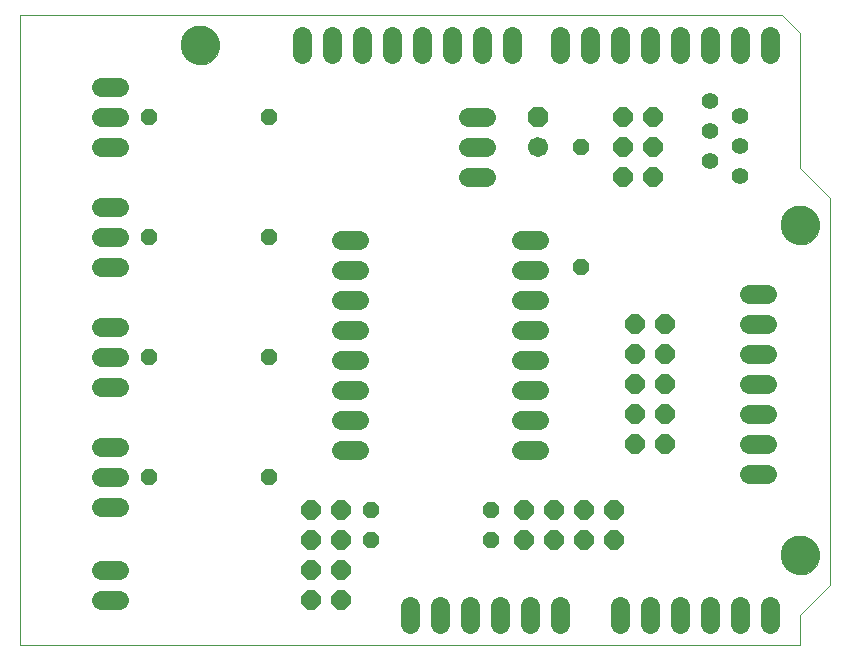
<source format=gbs>
G75*
G70*
%OFA0B0*%
%FSLAX24Y24*%
%IPPOS*%
%LPD*%
%AMOC8*
5,1,8,0,0,1.08239X$1,22.5*
%
%ADD10C,0.0000*%
%ADD11C,0.0640*%
%ADD12OC8,0.0560*%
%ADD13OC8,0.0640*%
%ADD14C,0.0560*%
%ADD15OC8,0.0670*%
%ADD16C,0.0670*%
%ADD17C,0.1300*%
D10*
X002631Y000101D02*
X002631Y021101D01*
X028031Y021101D01*
X028631Y020501D01*
X028631Y016001D01*
X029631Y015001D01*
X029631Y002101D01*
X028631Y001101D01*
X028631Y000101D01*
X002631Y000101D01*
X028001Y003101D02*
X028003Y003151D01*
X028009Y003201D01*
X028019Y003250D01*
X028033Y003298D01*
X028050Y003345D01*
X028071Y003390D01*
X028096Y003434D01*
X028124Y003475D01*
X028156Y003514D01*
X028190Y003551D01*
X028227Y003585D01*
X028267Y003615D01*
X028309Y003642D01*
X028353Y003666D01*
X028399Y003687D01*
X028446Y003703D01*
X028494Y003716D01*
X028544Y003725D01*
X028593Y003730D01*
X028644Y003731D01*
X028694Y003728D01*
X028743Y003721D01*
X028792Y003710D01*
X028840Y003695D01*
X028886Y003677D01*
X028931Y003655D01*
X028974Y003629D01*
X029015Y003600D01*
X029054Y003568D01*
X029090Y003533D01*
X029122Y003495D01*
X029152Y003455D01*
X029179Y003412D01*
X029202Y003368D01*
X029221Y003322D01*
X029237Y003274D01*
X029249Y003225D01*
X029257Y003176D01*
X029261Y003126D01*
X029261Y003076D01*
X029257Y003026D01*
X029249Y002977D01*
X029237Y002928D01*
X029221Y002880D01*
X029202Y002834D01*
X029179Y002790D01*
X029152Y002747D01*
X029122Y002707D01*
X029090Y002669D01*
X029054Y002634D01*
X029015Y002602D01*
X028974Y002573D01*
X028931Y002547D01*
X028886Y002525D01*
X028840Y002507D01*
X028792Y002492D01*
X028743Y002481D01*
X028694Y002474D01*
X028644Y002471D01*
X028593Y002472D01*
X028544Y002477D01*
X028494Y002486D01*
X028446Y002499D01*
X028399Y002515D01*
X028353Y002536D01*
X028309Y002560D01*
X028267Y002587D01*
X028227Y002617D01*
X028190Y002651D01*
X028156Y002688D01*
X028124Y002727D01*
X028096Y002768D01*
X028071Y002812D01*
X028050Y002857D01*
X028033Y002904D01*
X028019Y002952D01*
X028009Y003001D01*
X028003Y003051D01*
X028001Y003101D01*
X028001Y014101D02*
X028003Y014151D01*
X028009Y014201D01*
X028019Y014250D01*
X028033Y014298D01*
X028050Y014345D01*
X028071Y014390D01*
X028096Y014434D01*
X028124Y014475D01*
X028156Y014514D01*
X028190Y014551D01*
X028227Y014585D01*
X028267Y014615D01*
X028309Y014642D01*
X028353Y014666D01*
X028399Y014687D01*
X028446Y014703D01*
X028494Y014716D01*
X028544Y014725D01*
X028593Y014730D01*
X028644Y014731D01*
X028694Y014728D01*
X028743Y014721D01*
X028792Y014710D01*
X028840Y014695D01*
X028886Y014677D01*
X028931Y014655D01*
X028974Y014629D01*
X029015Y014600D01*
X029054Y014568D01*
X029090Y014533D01*
X029122Y014495D01*
X029152Y014455D01*
X029179Y014412D01*
X029202Y014368D01*
X029221Y014322D01*
X029237Y014274D01*
X029249Y014225D01*
X029257Y014176D01*
X029261Y014126D01*
X029261Y014076D01*
X029257Y014026D01*
X029249Y013977D01*
X029237Y013928D01*
X029221Y013880D01*
X029202Y013834D01*
X029179Y013790D01*
X029152Y013747D01*
X029122Y013707D01*
X029090Y013669D01*
X029054Y013634D01*
X029015Y013602D01*
X028974Y013573D01*
X028931Y013547D01*
X028886Y013525D01*
X028840Y013507D01*
X028792Y013492D01*
X028743Y013481D01*
X028694Y013474D01*
X028644Y013471D01*
X028593Y013472D01*
X028544Y013477D01*
X028494Y013486D01*
X028446Y013499D01*
X028399Y013515D01*
X028353Y013536D01*
X028309Y013560D01*
X028267Y013587D01*
X028227Y013617D01*
X028190Y013651D01*
X028156Y013688D01*
X028124Y013727D01*
X028096Y013768D01*
X028071Y013812D01*
X028050Y013857D01*
X028033Y013904D01*
X028019Y013952D01*
X028009Y014001D01*
X028003Y014051D01*
X028001Y014101D01*
X008001Y020101D02*
X008003Y020151D01*
X008009Y020201D01*
X008019Y020250D01*
X008033Y020298D01*
X008050Y020345D01*
X008071Y020390D01*
X008096Y020434D01*
X008124Y020475D01*
X008156Y020514D01*
X008190Y020551D01*
X008227Y020585D01*
X008267Y020615D01*
X008309Y020642D01*
X008353Y020666D01*
X008399Y020687D01*
X008446Y020703D01*
X008494Y020716D01*
X008544Y020725D01*
X008593Y020730D01*
X008644Y020731D01*
X008694Y020728D01*
X008743Y020721D01*
X008792Y020710D01*
X008840Y020695D01*
X008886Y020677D01*
X008931Y020655D01*
X008974Y020629D01*
X009015Y020600D01*
X009054Y020568D01*
X009090Y020533D01*
X009122Y020495D01*
X009152Y020455D01*
X009179Y020412D01*
X009202Y020368D01*
X009221Y020322D01*
X009237Y020274D01*
X009249Y020225D01*
X009257Y020176D01*
X009261Y020126D01*
X009261Y020076D01*
X009257Y020026D01*
X009249Y019977D01*
X009237Y019928D01*
X009221Y019880D01*
X009202Y019834D01*
X009179Y019790D01*
X009152Y019747D01*
X009122Y019707D01*
X009090Y019669D01*
X009054Y019634D01*
X009015Y019602D01*
X008974Y019573D01*
X008931Y019547D01*
X008886Y019525D01*
X008840Y019507D01*
X008792Y019492D01*
X008743Y019481D01*
X008694Y019474D01*
X008644Y019471D01*
X008593Y019472D01*
X008544Y019477D01*
X008494Y019486D01*
X008446Y019499D01*
X008399Y019515D01*
X008353Y019536D01*
X008309Y019560D01*
X008267Y019587D01*
X008227Y019617D01*
X008190Y019651D01*
X008156Y019688D01*
X008124Y019727D01*
X008096Y019768D01*
X008071Y019812D01*
X008050Y019857D01*
X008033Y019904D01*
X008019Y019952D01*
X008009Y020001D01*
X008003Y020051D01*
X008001Y020101D01*
D11*
X005931Y018701D02*
X005331Y018701D01*
X005331Y017701D02*
X005931Y017701D01*
X005931Y016701D02*
X005331Y016701D01*
X005331Y014701D02*
X005931Y014701D01*
X005931Y013701D02*
X005331Y013701D01*
X005331Y012701D02*
X005931Y012701D01*
X005931Y010701D02*
X005331Y010701D01*
X005331Y009701D02*
X005931Y009701D01*
X005931Y008701D02*
X005331Y008701D01*
X005331Y006701D02*
X005931Y006701D01*
X005931Y005701D02*
X005331Y005701D01*
X005331Y004701D02*
X005931Y004701D01*
X005931Y002601D02*
X005331Y002601D01*
X005331Y001601D02*
X005931Y001601D01*
X013331Y006601D02*
X013931Y006601D01*
X013931Y007601D02*
X013331Y007601D01*
X013331Y008601D02*
X013931Y008601D01*
X013931Y009601D02*
X013331Y009601D01*
X013331Y010601D02*
X013931Y010601D01*
X013931Y011601D02*
X013331Y011601D01*
X013331Y012601D02*
X013931Y012601D01*
X013931Y013601D02*
X013331Y013601D01*
X017556Y015701D02*
X018156Y015701D01*
X018156Y016701D02*
X017556Y016701D01*
X017556Y017701D02*
X018156Y017701D01*
X018031Y019801D02*
X018031Y020401D01*
X019031Y020401D02*
X019031Y019801D01*
X020631Y019801D02*
X020631Y020401D01*
X021631Y020401D02*
X021631Y019801D01*
X022631Y019801D02*
X022631Y020401D01*
X023631Y020401D02*
X023631Y019801D01*
X024631Y019801D02*
X024631Y020401D01*
X025631Y020401D02*
X025631Y019801D01*
X026631Y019801D02*
X026631Y020401D01*
X027631Y020401D02*
X027631Y019801D01*
X019931Y013601D02*
X019331Y013601D01*
X019331Y012601D02*
X019931Y012601D01*
X019931Y011601D02*
X019331Y011601D01*
X019331Y010601D02*
X019931Y010601D01*
X019931Y009601D02*
X019331Y009601D01*
X019331Y008601D02*
X019931Y008601D01*
X019931Y007601D02*
X019331Y007601D01*
X019331Y006601D02*
X019931Y006601D01*
X026931Y006801D02*
X027531Y006801D01*
X027531Y007801D02*
X026931Y007801D01*
X026931Y008801D02*
X027531Y008801D01*
X027531Y009801D02*
X026931Y009801D01*
X026931Y010801D02*
X027531Y010801D01*
X027531Y011801D02*
X026931Y011801D01*
X026931Y005801D02*
X027531Y005801D01*
X027631Y001401D02*
X027631Y000801D01*
X026631Y000801D02*
X026631Y001401D01*
X025631Y001401D02*
X025631Y000801D01*
X024631Y000801D02*
X024631Y001401D01*
X023631Y001401D02*
X023631Y000801D01*
X022631Y000801D02*
X022631Y001401D01*
X020631Y001401D02*
X020631Y000801D01*
X019631Y000801D02*
X019631Y001401D01*
X018631Y001401D02*
X018631Y000801D01*
X017631Y000801D02*
X017631Y001401D01*
X016631Y001401D02*
X016631Y000801D01*
X015631Y000801D02*
X015631Y001401D01*
X016031Y019801D02*
X016031Y020401D01*
X017031Y020401D02*
X017031Y019801D01*
X015031Y019801D02*
X015031Y020401D01*
X014031Y020401D02*
X014031Y019801D01*
X013031Y019801D02*
X013031Y020401D01*
X012031Y020401D02*
X012031Y019801D01*
D12*
X010931Y017701D03*
X006931Y017701D03*
X006931Y013701D03*
X010931Y013701D03*
X010931Y009701D03*
X006931Y009701D03*
X006931Y005701D03*
X010931Y005701D03*
X014331Y004601D03*
X014331Y003601D03*
X018331Y003601D03*
X018331Y004601D03*
X021331Y012701D03*
X021331Y016701D03*
D13*
X022731Y016701D03*
X023731Y016701D03*
X023731Y017701D03*
X022731Y017701D03*
X022731Y015701D03*
X023731Y015701D03*
X024131Y010801D03*
X023131Y010801D03*
X023131Y009801D03*
X024131Y009801D03*
X024131Y008801D03*
X023131Y008801D03*
X023131Y007801D03*
X024131Y007801D03*
X024131Y006801D03*
X023131Y006801D03*
X022431Y004601D03*
X021431Y004601D03*
X020431Y004601D03*
X019431Y004601D03*
X019431Y003601D03*
X020431Y003601D03*
X021431Y003601D03*
X022431Y003601D03*
X013331Y003601D03*
X012331Y003601D03*
X012331Y004601D03*
X013331Y004601D03*
X013331Y002601D03*
X013331Y001601D03*
X012331Y001601D03*
X012331Y002601D03*
D14*
X026631Y015751D03*
X025631Y016251D03*
X026631Y016751D03*
X025631Y017251D03*
X026631Y017751D03*
X025631Y018251D03*
D15*
X019881Y017701D03*
D16*
X019881Y016701D03*
D17*
X028631Y014101D03*
X028631Y003101D03*
X008631Y020101D03*
M02*

</source>
